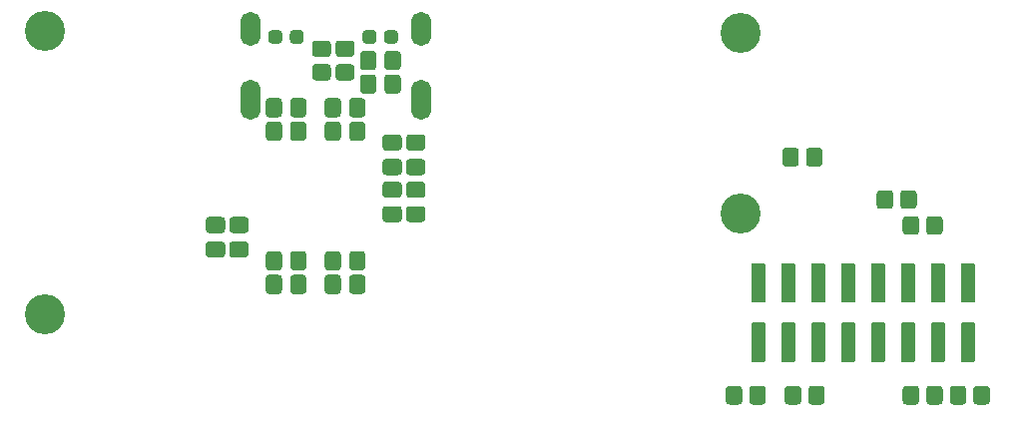
<source format=gbs>
%TF.GenerationSoftware,KiCad,Pcbnew,5.1.9+dfsg1-1+deb11u1*%
%TF.CreationDate,2025-10-29T09:53:25+01:00*%
%TF.ProjectId,VERA--HDMI-Expansion,56455241-2d58-4452-9d48-444d492d4578,1.1*%
%TF.SameCoordinates,Original*%
%TF.FileFunction,Soldermask,Bot*%
%TF.FilePolarity,Negative*%
%FSLAX46Y46*%
G04 Gerber Fmt 4.6, Leading zero omitted, Abs format (unit mm)*
G04 Created by KiCad (PCBNEW 5.1.9+dfsg1-1+deb11u1) date 2025-10-29 09:53:25*
%MOMM*%
%LPD*%
G01*
G04 APERTURE LIST*
%ADD10C,3.400000*%
%ADD11O,1.700000X2.900000*%
%ADD12O,1.700000X3.400000*%
G04 APERTURE END LIST*
%TO.C,C5*%
G36*
G01*
X131150000Y-85867553D02*
X131150000Y-86932447D01*
G75*
G02*
X130857447Y-87225000I-292553J0D01*
G01*
X130067553Y-87225000D01*
G75*
G02*
X129775000Y-86932447I0J292553D01*
G01*
X129775000Y-85867553D01*
G75*
G02*
X130067553Y-85575000I292553J0D01*
G01*
X130857447Y-85575000D01*
G75*
G02*
X131150000Y-85867553I0J-292553D01*
G01*
G37*
G36*
G01*
X133225000Y-85867553D02*
X133225000Y-86932447D01*
G75*
G02*
X132932447Y-87225000I-292553J0D01*
G01*
X132142553Y-87225000D01*
G75*
G02*
X131850000Y-86932447I0J292553D01*
G01*
X131850000Y-85867553D01*
G75*
G02*
X132142553Y-85575000I292553J0D01*
G01*
X132932447Y-85575000D01*
G75*
G02*
X133225000Y-85867553I0J-292553D01*
G01*
G37*
%TD*%
%TO.C,C6*%
G36*
G01*
X131150000Y-87867553D02*
X131150000Y-88932447D01*
G75*
G02*
X130857447Y-89225000I-292553J0D01*
G01*
X130067553Y-89225000D01*
G75*
G02*
X129775000Y-88932447I0J292553D01*
G01*
X129775000Y-87867553D01*
G75*
G02*
X130067553Y-87575000I292553J0D01*
G01*
X130857447Y-87575000D01*
G75*
G02*
X131150000Y-87867553I0J-292553D01*
G01*
G37*
G36*
G01*
X133225000Y-87867553D02*
X133225000Y-88932447D01*
G75*
G02*
X132932447Y-89225000I-292553J0D01*
G01*
X132142553Y-89225000D01*
G75*
G02*
X131850000Y-88932447I0J292553D01*
G01*
X131850000Y-87867553D01*
G75*
G02*
X132142553Y-87575000I292553J0D01*
G01*
X132932447Y-87575000D01*
G75*
G02*
X133225000Y-87867553I0J-292553D01*
G01*
G37*
%TD*%
%TO.C,C11*%
G36*
G01*
X136850000Y-86932447D02*
X136850000Y-85867553D01*
G75*
G02*
X137142553Y-85575000I292553J0D01*
G01*
X137932447Y-85575000D01*
G75*
G02*
X138225000Y-85867553I0J-292553D01*
G01*
X138225000Y-86932447D01*
G75*
G02*
X137932447Y-87225000I-292553J0D01*
G01*
X137142553Y-87225000D01*
G75*
G02*
X136850000Y-86932447I0J292553D01*
G01*
G37*
G36*
G01*
X134775000Y-86932447D02*
X134775000Y-85867553D01*
G75*
G02*
X135067553Y-85575000I292553J0D01*
G01*
X135857447Y-85575000D01*
G75*
G02*
X136150000Y-85867553I0J-292553D01*
G01*
X136150000Y-86932447D01*
G75*
G02*
X135857447Y-87225000I-292553J0D01*
G01*
X135067553Y-87225000D01*
G75*
G02*
X134775000Y-86932447I0J292553D01*
G01*
G37*
%TD*%
%TO.C,C12*%
G36*
G01*
X136850000Y-88932447D02*
X136850000Y-87867553D01*
G75*
G02*
X137142553Y-87575000I292553J0D01*
G01*
X137932447Y-87575000D01*
G75*
G02*
X138225000Y-87867553I0J-292553D01*
G01*
X138225000Y-88932447D01*
G75*
G02*
X137932447Y-89225000I-292553J0D01*
G01*
X137142553Y-89225000D01*
G75*
G02*
X136850000Y-88932447I0J292553D01*
G01*
G37*
G36*
G01*
X134775000Y-88932447D02*
X134775000Y-87867553D01*
G75*
G02*
X135067553Y-87575000I292553J0D01*
G01*
X135857447Y-87575000D01*
G75*
G02*
X136150000Y-87867553I0J-292553D01*
G01*
X136150000Y-88932447D01*
G75*
G02*
X135857447Y-89225000I-292553J0D01*
G01*
X135067553Y-89225000D01*
G75*
G02*
X134775000Y-88932447I0J292553D01*
G01*
G37*
%TD*%
%TO.C,C20*%
G36*
G01*
X143032447Y-94050000D02*
X141967553Y-94050000D01*
G75*
G02*
X141675000Y-93757447I0J292553D01*
G01*
X141675000Y-92967553D01*
G75*
G02*
X141967553Y-92675000I292553J0D01*
G01*
X143032447Y-92675000D01*
G75*
G02*
X143325000Y-92967553I0J-292553D01*
G01*
X143325000Y-93757447D01*
G75*
G02*
X143032447Y-94050000I-292553J0D01*
G01*
G37*
G36*
G01*
X143032447Y-96125000D02*
X141967553Y-96125000D01*
G75*
G02*
X141675000Y-95832447I0J292553D01*
G01*
X141675000Y-95042553D01*
G75*
G02*
X141967553Y-94750000I292553J0D01*
G01*
X143032447Y-94750000D01*
G75*
G02*
X143325000Y-95042553I0J-292553D01*
G01*
X143325000Y-95832447D01*
G75*
G02*
X143032447Y-96125000I-292553J0D01*
G01*
G37*
%TD*%
%TO.C,C21*%
G36*
G01*
X141032447Y-94050000D02*
X139967553Y-94050000D01*
G75*
G02*
X139675000Y-93757447I0J292553D01*
G01*
X139675000Y-92967553D01*
G75*
G02*
X139967553Y-92675000I292553J0D01*
G01*
X141032447Y-92675000D01*
G75*
G02*
X141325000Y-92967553I0J-292553D01*
G01*
X141325000Y-93757447D01*
G75*
G02*
X141032447Y-94050000I-292553J0D01*
G01*
G37*
G36*
G01*
X141032447Y-96125000D02*
X139967553Y-96125000D01*
G75*
G02*
X139675000Y-95832447I0J292553D01*
G01*
X139675000Y-95042553D01*
G75*
G02*
X139967553Y-94750000I292553J0D01*
G01*
X141032447Y-94750000D01*
G75*
G02*
X141325000Y-95042553I0J-292553D01*
G01*
X141325000Y-95832447D01*
G75*
G02*
X141032447Y-96125000I-292553J0D01*
G01*
G37*
%TD*%
%TO.C,C22*%
G36*
G01*
X143032447Y-90050000D02*
X141967553Y-90050000D01*
G75*
G02*
X141675000Y-89757447I0J292553D01*
G01*
X141675000Y-88967553D01*
G75*
G02*
X141967553Y-88675000I292553J0D01*
G01*
X143032447Y-88675000D01*
G75*
G02*
X143325000Y-88967553I0J-292553D01*
G01*
X143325000Y-89757447D01*
G75*
G02*
X143032447Y-90050000I-292553J0D01*
G01*
G37*
G36*
G01*
X143032447Y-92125000D02*
X141967553Y-92125000D01*
G75*
G02*
X141675000Y-91832447I0J292553D01*
G01*
X141675000Y-91042553D01*
G75*
G02*
X141967553Y-90750000I292553J0D01*
G01*
X143032447Y-90750000D01*
G75*
G02*
X143325000Y-91042553I0J-292553D01*
G01*
X143325000Y-91832447D01*
G75*
G02*
X143032447Y-92125000I-292553J0D01*
G01*
G37*
%TD*%
%TO.C,C23*%
G36*
G01*
X141032447Y-90050000D02*
X139967553Y-90050000D01*
G75*
G02*
X139675000Y-89757447I0J292553D01*
G01*
X139675000Y-88967553D01*
G75*
G02*
X139967553Y-88675000I292553J0D01*
G01*
X141032447Y-88675000D01*
G75*
G02*
X141325000Y-88967553I0J-292553D01*
G01*
X141325000Y-89757447D01*
G75*
G02*
X141032447Y-90050000I-292553J0D01*
G01*
G37*
G36*
G01*
X141032447Y-92125000D02*
X139967553Y-92125000D01*
G75*
G02*
X139675000Y-91832447I0J292553D01*
G01*
X139675000Y-91042553D01*
G75*
G02*
X139967553Y-90750000I292553J0D01*
G01*
X141032447Y-90750000D01*
G75*
G02*
X141325000Y-91042553I0J-292553D01*
G01*
X141325000Y-91832447D01*
G75*
G02*
X141032447Y-92125000I-292553J0D01*
G01*
G37*
%TD*%
%TO.C,C24*%
G36*
G01*
X131850000Y-101932447D02*
X131850000Y-100867553D01*
G75*
G02*
X132142553Y-100575000I292553J0D01*
G01*
X132932447Y-100575000D01*
G75*
G02*
X133225000Y-100867553I0J-292553D01*
G01*
X133225000Y-101932447D01*
G75*
G02*
X132932447Y-102225000I-292553J0D01*
G01*
X132142553Y-102225000D01*
G75*
G02*
X131850000Y-101932447I0J292553D01*
G01*
G37*
G36*
G01*
X129775000Y-101932447D02*
X129775000Y-100867553D01*
G75*
G02*
X130067553Y-100575000I292553J0D01*
G01*
X130857447Y-100575000D01*
G75*
G02*
X131150000Y-100867553I0J-292553D01*
G01*
X131150000Y-101932447D01*
G75*
G02*
X130857447Y-102225000I-292553J0D01*
G01*
X130067553Y-102225000D01*
G75*
G02*
X129775000Y-101932447I0J292553D01*
G01*
G37*
%TD*%
%TO.C,C25*%
G36*
G01*
X131850000Y-99932447D02*
X131850000Y-98867553D01*
G75*
G02*
X132142553Y-98575000I292553J0D01*
G01*
X132932447Y-98575000D01*
G75*
G02*
X133225000Y-98867553I0J-292553D01*
G01*
X133225000Y-99932447D01*
G75*
G02*
X132932447Y-100225000I-292553J0D01*
G01*
X132142553Y-100225000D01*
G75*
G02*
X131850000Y-99932447I0J292553D01*
G01*
G37*
G36*
G01*
X129775000Y-99932447D02*
X129775000Y-98867553D01*
G75*
G02*
X130067553Y-98575000I292553J0D01*
G01*
X130857447Y-98575000D01*
G75*
G02*
X131150000Y-98867553I0J-292553D01*
G01*
X131150000Y-99932447D01*
G75*
G02*
X130857447Y-100225000I-292553J0D01*
G01*
X130067553Y-100225000D01*
G75*
G02*
X129775000Y-99932447I0J292553D01*
G01*
G37*
%TD*%
%TO.C,C28*%
G36*
G01*
X136850000Y-101932447D02*
X136850000Y-100867553D01*
G75*
G02*
X137142553Y-100575000I292553J0D01*
G01*
X137932447Y-100575000D01*
G75*
G02*
X138225000Y-100867553I0J-292553D01*
G01*
X138225000Y-101932447D01*
G75*
G02*
X137932447Y-102225000I-292553J0D01*
G01*
X137142553Y-102225000D01*
G75*
G02*
X136850000Y-101932447I0J292553D01*
G01*
G37*
G36*
G01*
X134775000Y-101932447D02*
X134775000Y-100867553D01*
G75*
G02*
X135067553Y-100575000I292553J0D01*
G01*
X135857447Y-100575000D01*
G75*
G02*
X136150000Y-100867553I0J-292553D01*
G01*
X136150000Y-101932447D01*
G75*
G02*
X135857447Y-102225000I-292553J0D01*
G01*
X135067553Y-102225000D01*
G75*
G02*
X134775000Y-101932447I0J292553D01*
G01*
G37*
%TD*%
%TO.C,C29*%
G36*
G01*
X136850000Y-99932447D02*
X136850000Y-98867553D01*
G75*
G02*
X137142553Y-98575000I292553J0D01*
G01*
X137932447Y-98575000D01*
G75*
G02*
X138225000Y-98867553I0J-292553D01*
G01*
X138225000Y-99932447D01*
G75*
G02*
X137932447Y-100225000I-292553J0D01*
G01*
X137142553Y-100225000D01*
G75*
G02*
X136850000Y-99932447I0J292553D01*
G01*
G37*
G36*
G01*
X134775000Y-99932447D02*
X134775000Y-98867553D01*
G75*
G02*
X135067553Y-98575000I292553J0D01*
G01*
X135857447Y-98575000D01*
G75*
G02*
X136150000Y-98867553I0J-292553D01*
G01*
X136150000Y-99932447D01*
G75*
G02*
X135857447Y-100225000I-292553J0D01*
G01*
X135067553Y-100225000D01*
G75*
G02*
X134775000Y-99932447I0J292553D01*
G01*
G37*
%TD*%
%TO.C,C31*%
G36*
G01*
X139850000Y-82932447D02*
X139850000Y-81867553D01*
G75*
G02*
X140142553Y-81575000I292553J0D01*
G01*
X140932447Y-81575000D01*
G75*
G02*
X141225000Y-81867553I0J-292553D01*
G01*
X141225000Y-82932447D01*
G75*
G02*
X140932447Y-83225000I-292553J0D01*
G01*
X140142553Y-83225000D01*
G75*
G02*
X139850000Y-82932447I0J292553D01*
G01*
G37*
G36*
G01*
X137775000Y-82932447D02*
X137775000Y-81867553D01*
G75*
G02*
X138067553Y-81575000I292553J0D01*
G01*
X138857447Y-81575000D01*
G75*
G02*
X139150000Y-81867553I0J-292553D01*
G01*
X139150000Y-82932447D01*
G75*
G02*
X138857447Y-83225000I-292553J0D01*
G01*
X138067553Y-83225000D01*
G75*
G02*
X137775000Y-82932447I0J292553D01*
G01*
G37*
%TD*%
%TO.C,C32*%
G36*
G01*
X139850000Y-84932447D02*
X139850000Y-83867553D01*
G75*
G02*
X140142553Y-83575000I292553J0D01*
G01*
X140932447Y-83575000D01*
G75*
G02*
X141225000Y-83867553I0J-292553D01*
G01*
X141225000Y-84932447D01*
G75*
G02*
X140932447Y-85225000I-292553J0D01*
G01*
X140142553Y-85225000D01*
G75*
G02*
X139850000Y-84932447I0J292553D01*
G01*
G37*
G36*
G01*
X137775000Y-84932447D02*
X137775000Y-83867553D01*
G75*
G02*
X138067553Y-83575000I292553J0D01*
G01*
X138857447Y-83575000D01*
G75*
G02*
X139150000Y-83867553I0J-292553D01*
G01*
X139150000Y-84932447D01*
G75*
G02*
X138857447Y-85225000I-292553J0D01*
G01*
X138067553Y-85225000D01*
G75*
G02*
X137775000Y-84932447I0J292553D01*
G01*
G37*
%TD*%
%TO.C,C33*%
G36*
G01*
X124967553Y-97750000D02*
X126032447Y-97750000D01*
G75*
G02*
X126325000Y-98042553I0J-292553D01*
G01*
X126325000Y-98832447D01*
G75*
G02*
X126032447Y-99125000I-292553J0D01*
G01*
X124967553Y-99125000D01*
G75*
G02*
X124675000Y-98832447I0J292553D01*
G01*
X124675000Y-98042553D01*
G75*
G02*
X124967553Y-97750000I292553J0D01*
G01*
G37*
G36*
G01*
X124967553Y-95675000D02*
X126032447Y-95675000D01*
G75*
G02*
X126325000Y-95967553I0J-292553D01*
G01*
X126325000Y-96757447D01*
G75*
G02*
X126032447Y-97050000I-292553J0D01*
G01*
X124967553Y-97050000D01*
G75*
G02*
X124675000Y-96757447I0J292553D01*
G01*
X124675000Y-95967553D01*
G75*
G02*
X124967553Y-95675000I292553J0D01*
G01*
G37*
%TD*%
%TO.C,C34*%
G36*
G01*
X126967553Y-97750000D02*
X128032447Y-97750000D01*
G75*
G02*
X128325000Y-98042553I0J-292553D01*
G01*
X128325000Y-98832447D01*
G75*
G02*
X128032447Y-99125000I-292553J0D01*
G01*
X126967553Y-99125000D01*
G75*
G02*
X126675000Y-98832447I0J292553D01*
G01*
X126675000Y-98042553D01*
G75*
G02*
X126967553Y-97750000I292553J0D01*
G01*
G37*
G36*
G01*
X126967553Y-95675000D02*
X128032447Y-95675000D01*
G75*
G02*
X128325000Y-95967553I0J-292553D01*
G01*
X128325000Y-96757447D01*
G75*
G02*
X128032447Y-97050000I-292553J0D01*
G01*
X126967553Y-97050000D01*
G75*
G02*
X126675000Y-96757447I0J292553D01*
G01*
X126675000Y-95967553D01*
G75*
G02*
X126967553Y-95675000I292553J0D01*
G01*
G37*
%TD*%
D10*
%TO.C,H1*%
X111000000Y-79900000D03*
%TD*%
D11*
%TO.C,J1*%
X143000000Y-79740000D03*
X128500000Y-79740000D03*
D12*
X143000000Y-85700000D03*
X128500000Y-85700000D03*
%TD*%
%TO.C,R3*%
G36*
G01*
X175200000Y-110291665D02*
X175200000Y-111308335D01*
G75*
G02*
X174908335Y-111600000I-291665J0D01*
G01*
X174091665Y-111600000D01*
G75*
G02*
X173800000Y-111308335I0J291665D01*
G01*
X173800000Y-110291665D01*
G75*
G02*
X174091665Y-110000000I291665J0D01*
G01*
X174908335Y-110000000D01*
G75*
G02*
X175200000Y-110291665I0J-291665D01*
G01*
G37*
G36*
G01*
X177200000Y-110291665D02*
X177200000Y-111308335D01*
G75*
G02*
X176908335Y-111600000I-291665J0D01*
G01*
X176091665Y-111600000D01*
G75*
G02*
X175800000Y-111308335I0J291665D01*
G01*
X175800000Y-110291665D01*
G75*
G02*
X176091665Y-110000000I291665J0D01*
G01*
X176908335Y-110000000D01*
G75*
G02*
X177200000Y-110291665I0J-291665D01*
G01*
G37*
%TD*%
%TO.C,R4*%
G36*
G01*
X175000000Y-90091665D02*
X175000000Y-91108335D01*
G75*
G02*
X174708335Y-91400000I-291665J0D01*
G01*
X173891665Y-91400000D01*
G75*
G02*
X173600000Y-91108335I0J291665D01*
G01*
X173600000Y-90091665D01*
G75*
G02*
X173891665Y-89800000I291665J0D01*
G01*
X174708335Y-89800000D01*
G75*
G02*
X175000000Y-90091665I0J-291665D01*
G01*
G37*
G36*
G01*
X177000000Y-90091665D02*
X177000000Y-91108335D01*
G75*
G02*
X176708335Y-91400000I-291665J0D01*
G01*
X175891665Y-91400000D01*
G75*
G02*
X175600000Y-91108335I0J291665D01*
G01*
X175600000Y-90091665D01*
G75*
G02*
X175891665Y-89800000I291665J0D01*
G01*
X176708335Y-89800000D01*
G75*
G02*
X177000000Y-90091665I0J-291665D01*
G01*
G37*
%TD*%
%TO.C,R5*%
G36*
G01*
X170800000Y-111308335D02*
X170800000Y-110291665D01*
G75*
G02*
X171091665Y-110000000I291665J0D01*
G01*
X171908335Y-110000000D01*
G75*
G02*
X172200000Y-110291665I0J-291665D01*
G01*
X172200000Y-111308335D01*
G75*
G02*
X171908335Y-111600000I-291665J0D01*
G01*
X171091665Y-111600000D01*
G75*
G02*
X170800000Y-111308335I0J291665D01*
G01*
G37*
G36*
G01*
X168800000Y-111308335D02*
X168800000Y-110291665D01*
G75*
G02*
X169091665Y-110000000I291665J0D01*
G01*
X169908335Y-110000000D01*
G75*
G02*
X170200000Y-110291665I0J-291665D01*
G01*
X170200000Y-111308335D01*
G75*
G02*
X169908335Y-111600000I-291665J0D01*
G01*
X169091665Y-111600000D01*
G75*
G02*
X168800000Y-111308335I0J291665D01*
G01*
G37*
%TD*%
%TO.C,R6*%
G36*
G01*
X185800000Y-111308335D02*
X185800000Y-110291665D01*
G75*
G02*
X186091665Y-110000000I291665J0D01*
G01*
X186908335Y-110000000D01*
G75*
G02*
X187200000Y-110291665I0J-291665D01*
G01*
X187200000Y-111308335D01*
G75*
G02*
X186908335Y-111600000I-291665J0D01*
G01*
X186091665Y-111600000D01*
G75*
G02*
X185800000Y-111308335I0J291665D01*
G01*
G37*
G36*
G01*
X183800000Y-111308335D02*
X183800000Y-110291665D01*
G75*
G02*
X184091665Y-110000000I291665J0D01*
G01*
X184908335Y-110000000D01*
G75*
G02*
X185200000Y-110291665I0J-291665D01*
G01*
X185200000Y-111308335D01*
G75*
G02*
X184908335Y-111600000I-291665J0D01*
G01*
X184091665Y-111600000D01*
G75*
G02*
X183800000Y-111308335I0J291665D01*
G01*
G37*
%TD*%
%TO.C,R7*%
G36*
G01*
X139175000Y-80112500D02*
X139175000Y-80687500D01*
G75*
G02*
X138887500Y-80975000I-287500J0D01*
G01*
X138287500Y-80975000D01*
G75*
G02*
X138000000Y-80687500I0J287500D01*
G01*
X138000000Y-80112500D01*
G75*
G02*
X138287500Y-79825000I287500J0D01*
G01*
X138887500Y-79825000D01*
G75*
G02*
X139175000Y-80112500I0J-287500D01*
G01*
G37*
G36*
G01*
X141000000Y-80112500D02*
X141000000Y-80687500D01*
G75*
G02*
X140712500Y-80975000I-287500J0D01*
G01*
X140112500Y-80975000D01*
G75*
G02*
X139825000Y-80687500I0J287500D01*
G01*
X139825000Y-80112500D01*
G75*
G02*
X140112500Y-79825000I287500J0D01*
G01*
X140712500Y-79825000D01*
G75*
G02*
X141000000Y-80112500I0J-287500D01*
G01*
G37*
%TD*%
%TO.C,R8*%
G36*
G01*
X131825000Y-80687500D02*
X131825000Y-80112500D01*
G75*
G02*
X132112500Y-79825000I287500J0D01*
G01*
X132712500Y-79825000D01*
G75*
G02*
X133000000Y-80112500I0J-287500D01*
G01*
X133000000Y-80687500D01*
G75*
G02*
X132712500Y-80975000I-287500J0D01*
G01*
X132112500Y-80975000D01*
G75*
G02*
X131825000Y-80687500I0J287500D01*
G01*
G37*
G36*
G01*
X130000000Y-80687500D02*
X130000000Y-80112500D01*
G75*
G02*
X130287500Y-79825000I287500J0D01*
G01*
X130887500Y-79825000D01*
G75*
G02*
X131175000Y-80112500I0J-287500D01*
G01*
X131175000Y-80687500D01*
G75*
G02*
X130887500Y-80975000I-287500J0D01*
G01*
X130287500Y-80975000D01*
G75*
G02*
X130000000Y-80687500I0J287500D01*
G01*
G37*
%TD*%
%TO.C,R9*%
G36*
G01*
X183600000Y-94708335D02*
X183600000Y-93691665D01*
G75*
G02*
X183891665Y-93400000I291665J0D01*
G01*
X184708335Y-93400000D01*
G75*
G02*
X185000000Y-93691665I0J-291665D01*
G01*
X185000000Y-94708335D01*
G75*
G02*
X184708335Y-95000000I-291665J0D01*
G01*
X183891665Y-95000000D01*
G75*
G02*
X183600000Y-94708335I0J291665D01*
G01*
G37*
G36*
G01*
X181600000Y-94708335D02*
X181600000Y-93691665D01*
G75*
G02*
X181891665Y-93400000I291665J0D01*
G01*
X182708335Y-93400000D01*
G75*
G02*
X183000000Y-93691665I0J-291665D01*
G01*
X183000000Y-94708335D01*
G75*
G02*
X182708335Y-95000000I-291665J0D01*
G01*
X181891665Y-95000000D01*
G75*
G02*
X181600000Y-94708335I0J291665D01*
G01*
G37*
%TD*%
%TO.C,R10*%
G36*
G01*
X135991665Y-82700000D02*
X137008335Y-82700000D01*
G75*
G02*
X137300000Y-82991665I0J-291665D01*
G01*
X137300000Y-83808335D01*
G75*
G02*
X137008335Y-84100000I-291665J0D01*
G01*
X135991665Y-84100000D01*
G75*
G02*
X135700000Y-83808335I0J291665D01*
G01*
X135700000Y-82991665D01*
G75*
G02*
X135991665Y-82700000I291665J0D01*
G01*
G37*
G36*
G01*
X135991665Y-80700000D02*
X137008335Y-80700000D01*
G75*
G02*
X137300000Y-80991665I0J-291665D01*
G01*
X137300000Y-81808335D01*
G75*
G02*
X137008335Y-82100000I-291665J0D01*
G01*
X135991665Y-82100000D01*
G75*
G02*
X135700000Y-81808335I0J291665D01*
G01*
X135700000Y-80991665D01*
G75*
G02*
X135991665Y-80700000I291665J0D01*
G01*
G37*
%TD*%
%TO.C,R11*%
G36*
G01*
X189200000Y-110291665D02*
X189200000Y-111308335D01*
G75*
G02*
X188908335Y-111600000I-291665J0D01*
G01*
X188091665Y-111600000D01*
G75*
G02*
X187800000Y-111308335I0J291665D01*
G01*
X187800000Y-110291665D01*
G75*
G02*
X188091665Y-110000000I291665J0D01*
G01*
X188908335Y-110000000D01*
G75*
G02*
X189200000Y-110291665I0J-291665D01*
G01*
G37*
G36*
G01*
X191200000Y-110291665D02*
X191200000Y-111308335D01*
G75*
G02*
X190908335Y-111600000I-291665J0D01*
G01*
X190091665Y-111600000D01*
G75*
G02*
X189800000Y-111308335I0J291665D01*
G01*
X189800000Y-110291665D01*
G75*
G02*
X190091665Y-110000000I291665J0D01*
G01*
X190908335Y-110000000D01*
G75*
G02*
X191200000Y-110291665I0J-291665D01*
G01*
G37*
%TD*%
%TO.C,R12*%
G36*
G01*
X185800000Y-96908335D02*
X185800000Y-95891665D01*
G75*
G02*
X186091665Y-95600000I291665J0D01*
G01*
X186908335Y-95600000D01*
G75*
G02*
X187200000Y-95891665I0J-291665D01*
G01*
X187200000Y-96908335D01*
G75*
G02*
X186908335Y-97200000I-291665J0D01*
G01*
X186091665Y-97200000D01*
G75*
G02*
X185800000Y-96908335I0J291665D01*
G01*
G37*
G36*
G01*
X183800000Y-96908335D02*
X183800000Y-95891665D01*
G75*
G02*
X184091665Y-95600000I291665J0D01*
G01*
X184908335Y-95600000D01*
G75*
G02*
X185200000Y-95891665I0J-291665D01*
G01*
X185200000Y-96908335D01*
G75*
G02*
X184908335Y-97200000I-291665J0D01*
G01*
X184091665Y-97200000D01*
G75*
G02*
X183800000Y-96908335I0J291665D01*
G01*
G37*
%TD*%
%TO.C,R13*%
G36*
G01*
X133991665Y-82700000D02*
X135008335Y-82700000D01*
G75*
G02*
X135300000Y-82991665I0J-291665D01*
G01*
X135300000Y-83808335D01*
G75*
G02*
X135008335Y-84100000I-291665J0D01*
G01*
X133991665Y-84100000D01*
G75*
G02*
X133700000Y-83808335I0J291665D01*
G01*
X133700000Y-82991665D01*
G75*
G02*
X133991665Y-82700000I291665J0D01*
G01*
G37*
G36*
G01*
X133991665Y-80700000D02*
X135008335Y-80700000D01*
G75*
G02*
X135300000Y-80991665I0J-291665D01*
G01*
X135300000Y-81808335D01*
G75*
G02*
X135008335Y-82100000I-291665J0D01*
G01*
X133991665Y-82100000D01*
G75*
G02*
X133700000Y-81808335I0J291665D01*
G01*
X133700000Y-80991665D01*
G75*
G02*
X133991665Y-80700000I291665J0D01*
G01*
G37*
%TD*%
D10*
%TO.C,H2*%
X111000000Y-103900000D03*
%TD*%
%TO.C,H3*%
X170050000Y-95400000D03*
%TD*%
%TO.C,H4*%
X170050000Y-80100000D03*
%TD*%
%TO.C,J2*%
G36*
G01*
X172060000Y-102950000D02*
X171060000Y-102950000D01*
G75*
G02*
X170960000Y-102850000I0J100000D01*
G01*
X170960000Y-99700000D01*
G75*
G02*
X171060000Y-99600000I100000J0D01*
G01*
X172060000Y-99600000D01*
G75*
G02*
X172160000Y-99700000I0J-100000D01*
G01*
X172160000Y-102850000D01*
G75*
G02*
X172060000Y-102950000I-100000J0D01*
G01*
G37*
G36*
G01*
X172060000Y-108000000D02*
X171060000Y-108000000D01*
G75*
G02*
X170960000Y-107900000I0J100000D01*
G01*
X170960000Y-104750000D01*
G75*
G02*
X171060000Y-104650000I100000J0D01*
G01*
X172060000Y-104650000D01*
G75*
G02*
X172160000Y-104750000I0J-100000D01*
G01*
X172160000Y-107900000D01*
G75*
G02*
X172060000Y-108000000I-100000J0D01*
G01*
G37*
G36*
G01*
X174600000Y-102950000D02*
X173600000Y-102950000D01*
G75*
G02*
X173500000Y-102850000I0J100000D01*
G01*
X173500000Y-99700000D01*
G75*
G02*
X173600000Y-99600000I100000J0D01*
G01*
X174600000Y-99600000D01*
G75*
G02*
X174700000Y-99700000I0J-100000D01*
G01*
X174700000Y-102850000D01*
G75*
G02*
X174600000Y-102950000I-100000J0D01*
G01*
G37*
G36*
G01*
X174600000Y-108000000D02*
X173600000Y-108000000D01*
G75*
G02*
X173500000Y-107900000I0J100000D01*
G01*
X173500000Y-104750000D01*
G75*
G02*
X173600000Y-104650000I100000J0D01*
G01*
X174600000Y-104650000D01*
G75*
G02*
X174700000Y-104750000I0J-100000D01*
G01*
X174700000Y-107900000D01*
G75*
G02*
X174600000Y-108000000I-100000J0D01*
G01*
G37*
G36*
G01*
X177140000Y-102950000D02*
X176140000Y-102950000D01*
G75*
G02*
X176040000Y-102850000I0J100000D01*
G01*
X176040000Y-99700000D01*
G75*
G02*
X176140000Y-99600000I100000J0D01*
G01*
X177140000Y-99600000D01*
G75*
G02*
X177240000Y-99700000I0J-100000D01*
G01*
X177240000Y-102850000D01*
G75*
G02*
X177140000Y-102950000I-100000J0D01*
G01*
G37*
G36*
G01*
X177140000Y-108000000D02*
X176140000Y-108000000D01*
G75*
G02*
X176040000Y-107900000I0J100000D01*
G01*
X176040000Y-104750000D01*
G75*
G02*
X176140000Y-104650000I100000J0D01*
G01*
X177140000Y-104650000D01*
G75*
G02*
X177240000Y-104750000I0J-100000D01*
G01*
X177240000Y-107900000D01*
G75*
G02*
X177140000Y-108000000I-100000J0D01*
G01*
G37*
G36*
G01*
X179680000Y-102950000D02*
X178680000Y-102950000D01*
G75*
G02*
X178580000Y-102850000I0J100000D01*
G01*
X178580000Y-99700000D01*
G75*
G02*
X178680000Y-99600000I100000J0D01*
G01*
X179680000Y-99600000D01*
G75*
G02*
X179780000Y-99700000I0J-100000D01*
G01*
X179780000Y-102850000D01*
G75*
G02*
X179680000Y-102950000I-100000J0D01*
G01*
G37*
G36*
G01*
X179680000Y-108000000D02*
X178680000Y-108000000D01*
G75*
G02*
X178580000Y-107900000I0J100000D01*
G01*
X178580000Y-104750000D01*
G75*
G02*
X178680000Y-104650000I100000J0D01*
G01*
X179680000Y-104650000D01*
G75*
G02*
X179780000Y-104750000I0J-100000D01*
G01*
X179780000Y-107900000D01*
G75*
G02*
X179680000Y-108000000I-100000J0D01*
G01*
G37*
G36*
G01*
X182220000Y-102950000D02*
X181220000Y-102950000D01*
G75*
G02*
X181120000Y-102850000I0J100000D01*
G01*
X181120000Y-99700000D01*
G75*
G02*
X181220000Y-99600000I100000J0D01*
G01*
X182220000Y-99600000D01*
G75*
G02*
X182320000Y-99700000I0J-100000D01*
G01*
X182320000Y-102850000D01*
G75*
G02*
X182220000Y-102950000I-100000J0D01*
G01*
G37*
G36*
G01*
X182220000Y-108000000D02*
X181220000Y-108000000D01*
G75*
G02*
X181120000Y-107900000I0J100000D01*
G01*
X181120000Y-104750000D01*
G75*
G02*
X181220000Y-104650000I100000J0D01*
G01*
X182220000Y-104650000D01*
G75*
G02*
X182320000Y-104750000I0J-100000D01*
G01*
X182320000Y-107900000D01*
G75*
G02*
X182220000Y-108000000I-100000J0D01*
G01*
G37*
G36*
G01*
X184760000Y-102950000D02*
X183760000Y-102950000D01*
G75*
G02*
X183660000Y-102850000I0J100000D01*
G01*
X183660000Y-99700000D01*
G75*
G02*
X183760000Y-99600000I100000J0D01*
G01*
X184760000Y-99600000D01*
G75*
G02*
X184860000Y-99700000I0J-100000D01*
G01*
X184860000Y-102850000D01*
G75*
G02*
X184760000Y-102950000I-100000J0D01*
G01*
G37*
G36*
G01*
X184760000Y-108000000D02*
X183760000Y-108000000D01*
G75*
G02*
X183660000Y-107900000I0J100000D01*
G01*
X183660000Y-104750000D01*
G75*
G02*
X183760000Y-104650000I100000J0D01*
G01*
X184760000Y-104650000D01*
G75*
G02*
X184860000Y-104750000I0J-100000D01*
G01*
X184860000Y-107900000D01*
G75*
G02*
X184760000Y-108000000I-100000J0D01*
G01*
G37*
G36*
G01*
X187300000Y-102950000D02*
X186300000Y-102950000D01*
G75*
G02*
X186200000Y-102850000I0J100000D01*
G01*
X186200000Y-99700000D01*
G75*
G02*
X186300000Y-99600000I100000J0D01*
G01*
X187300000Y-99600000D01*
G75*
G02*
X187400000Y-99700000I0J-100000D01*
G01*
X187400000Y-102850000D01*
G75*
G02*
X187300000Y-102950000I-100000J0D01*
G01*
G37*
G36*
G01*
X187300000Y-108000000D02*
X186300000Y-108000000D01*
G75*
G02*
X186200000Y-107900000I0J100000D01*
G01*
X186200000Y-104750000D01*
G75*
G02*
X186300000Y-104650000I100000J0D01*
G01*
X187300000Y-104650000D01*
G75*
G02*
X187400000Y-104750000I0J-100000D01*
G01*
X187400000Y-107900000D01*
G75*
G02*
X187300000Y-108000000I-100000J0D01*
G01*
G37*
G36*
G01*
X189840000Y-102950000D02*
X188840000Y-102950000D01*
G75*
G02*
X188740000Y-102850000I0J100000D01*
G01*
X188740000Y-99700000D01*
G75*
G02*
X188840000Y-99600000I100000J0D01*
G01*
X189840000Y-99600000D01*
G75*
G02*
X189940000Y-99700000I0J-100000D01*
G01*
X189940000Y-102850000D01*
G75*
G02*
X189840000Y-102950000I-100000J0D01*
G01*
G37*
G36*
G01*
X189840000Y-108000000D02*
X188840000Y-108000000D01*
G75*
G02*
X188740000Y-107900000I0J100000D01*
G01*
X188740000Y-104750000D01*
G75*
G02*
X188840000Y-104650000I100000J0D01*
G01*
X189840000Y-104650000D01*
G75*
G02*
X189940000Y-104750000I0J-100000D01*
G01*
X189940000Y-107900000D01*
G75*
G02*
X189840000Y-108000000I-100000J0D01*
G01*
G37*
%TD*%
M02*

</source>
